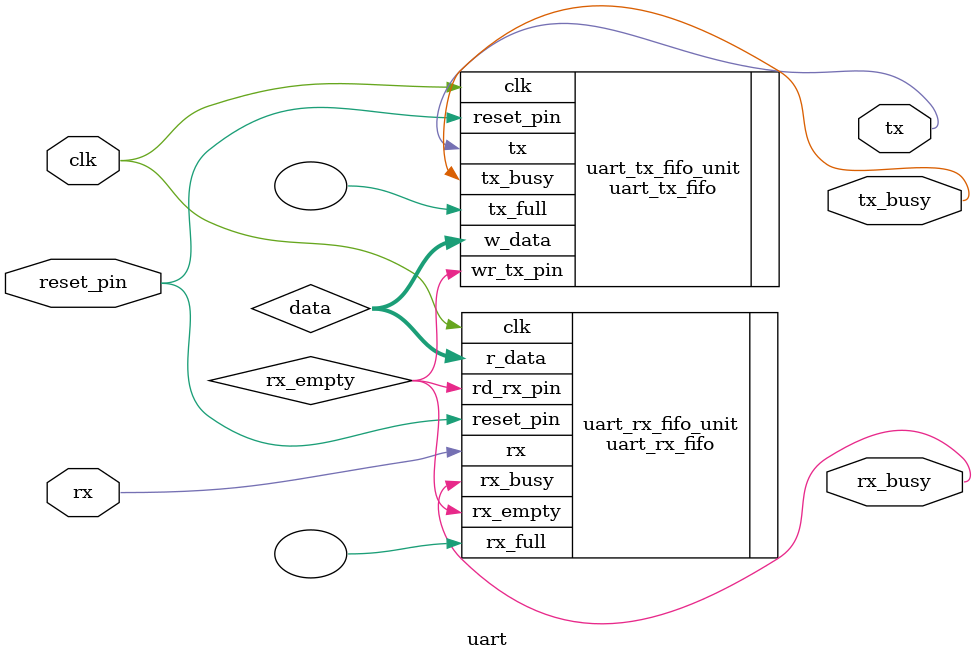
<source format=v>
module uart
(
input wire reset_pin, clk, rx,
output tx, rx_busy, tx_busy
);

wire [7:0] data;
wire rx_empty;

uart_tx_fifo uart_tx_fifo_unit
(.clk(clk), .reset_pin(reset_pin), .wr_tx_pin(rx_empty), .w_data(data),
.tx_full(), .tx(tx), .tx_busy(tx_busy));

uart_rx_fifo uart_rx_fifo_unit
(.clk(clk), .reset_pin(reset_pin), .rx(rx), .rd_rx_pin(rx_empty), 
.r_data(data) ,.rx_empty(rx_empty) ,.rx_full(), .rx_busy(rx_busy));

endmodule

</source>
